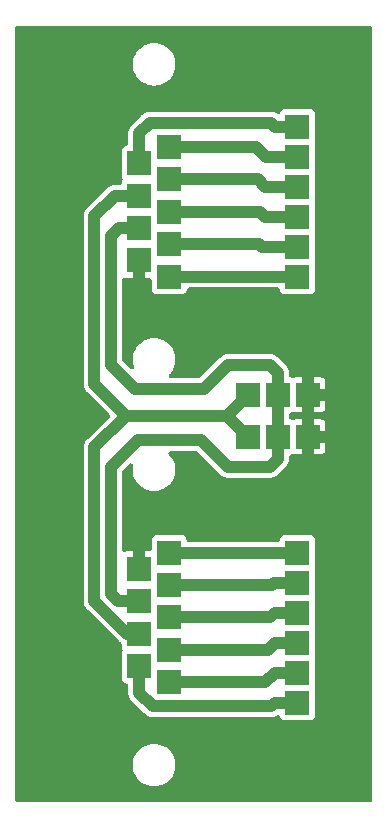
<source format=gbr>
%TF.GenerationSoftware,KiCad,Pcbnew,7.0.10*%
%TF.CreationDate,2024-03-31T23:05:41-06:00*%
%TF.ProjectId,Electrode_Breakout,456c6563-7472-46f6-9465-5f427265616b,rev?*%
%TF.SameCoordinates,Original*%
%TF.FileFunction,Copper,L1,Top*%
%TF.FilePolarity,Positive*%
%FSLAX46Y46*%
G04 Gerber Fmt 4.6, Leading zero omitted, Abs format (unit mm)*
G04 Created by KiCad (PCBNEW 7.0.10) date 2024-03-31 23:05:41*
%MOMM*%
%LPD*%
G01*
G04 APERTURE LIST*
%TA.AperFunction,ComponentPad*%
%ADD10R,2.140000X2.140000*%
%TD*%
%TA.AperFunction,Conductor*%
%ADD11C,1.000000*%
%TD*%
G04 APERTURE END LIST*
D10*
%TO.P,J6,3,Pin_3*%
%TO.N,/+12V*%
X19714751Y-31242000D03*
%TO.P,J6,2,Pin_2*%
%TO.N,/-12V*%
X22254751Y-31242000D03*
%TO.P,J6,1,Pin_1*%
%TO.N,GND*%
X24794751Y-31242000D03*
%TD*%
%TO.P,J5,3,Pin_3*%
%TO.N,/+12V*%
X19714751Y-34798000D03*
%TO.P,J5,2,Pin_2*%
%TO.N,/-12V*%
X22254751Y-34798000D03*
%TO.P,J5,1,Pin_1*%
%TO.N,GND*%
X24794751Y-34798000D03*
%TD*%
%TO.P,J4,6,Pin_6*%
%TO.N,/ADC4*%
X23905751Y-57307001D03*
%TO.P,J4,5,Pin_5*%
%TO.N,/ADC3*%
X23905751Y-54767001D03*
%TO.P,J4,4,Pin_4*%
%TO.N,/CUR3*%
X23905751Y-52227001D03*
%TO.P,J4,3,Pin_3*%
%TO.N,/CUR4*%
X23905751Y-49687001D03*
%TO.P,J4,2,Pin_2*%
%TO.N,/SEL3*%
X23905751Y-47147001D03*
%TO.P,J4,1,Pin_1*%
%TO.N,/SEL4*%
X23905751Y-44607001D03*
%TD*%
%TO.P,J3,1,Pin_1*%
%TO.N,/ADC1*%
X23905751Y-8534400D03*
%TO.P,J3,2,Pin_2*%
%TO.N,/ADC2*%
X23905751Y-11074400D03*
%TO.P,J3,3,Pin_3*%
%TO.N,/SEL2*%
X23905751Y-13614400D03*
%TO.P,J3,4,Pin_4*%
%TO.N,/SEL1*%
X23905751Y-16154400D03*
%TO.P,J3,5,Pin_5*%
%TO.N,/CUR2*%
X23905751Y-18694400D03*
%TO.P,J3,6,Pin_6*%
%TO.N,/CUR1*%
X23905751Y-21234400D03*
%TD*%
%TO.P,J1,9,9*%
%TO.N,/ADC1*%
X10500000Y-11640751D03*
%TO.P,J1,8,8*%
%TO.N,/+12V*%
X10500000Y-14380750D03*
%TO.P,J1,7,7*%
%TO.N,/-12V*%
X10500000Y-17120750D03*
%TO.P,J1,6,6*%
%TO.N,GND*%
X10500000Y-19860749D03*
%TO.P,J1,5,5*%
%TO.N,/ADC2*%
X13040000Y-10270751D03*
%TO.P,J1,4,4*%
%TO.N,/SEL2*%
X13040000Y-13010750D03*
%TO.P,J1,3,3*%
%TO.N,/SEL1*%
X13040000Y-15750750D03*
%TO.P,J1,2,2*%
%TO.N,/CUR2*%
X13040000Y-18490750D03*
%TO.P,J1,1,1*%
%TO.N,/CUR1*%
X13040000Y-21230749D03*
%TD*%
%TO.P,J2,9,9*%
%TO.N,GND*%
X10500000Y-45977001D03*
%TO.P,J2,8,8*%
%TO.N,/-12V*%
X10500000Y-48717000D03*
%TO.P,J2,7,7*%
%TO.N,/+12V*%
X10500000Y-51457000D03*
%TO.P,J2,6,6*%
%TO.N,/ADC4*%
X10500000Y-54196999D03*
%TO.P,J2,5,5*%
%TO.N,/SEL4*%
X13040000Y-44607001D03*
%TO.P,J2,4,4*%
%TO.N,/SEL3*%
X13040000Y-47347000D03*
%TO.P,J2,3,3*%
%TO.N,/CUR4*%
X13040000Y-50087000D03*
%TO.P,J2,2,2*%
%TO.N,/CUR3*%
X13040000Y-52827000D03*
%TO.P,J2,1,1*%
%TO.N,/ADC3*%
X13040000Y-55566999D03*
%TD*%
D11*
%TO.N,/-12V*%
X8787250Y-17120750D02*
X10500000Y-17120750D01*
X8128000Y-17780000D02*
X8787250Y-17120750D01*
X16002000Y-30734000D02*
X10160000Y-30734000D01*
X18034000Y-28702000D02*
X16002000Y-30734000D01*
X21590000Y-28702000D02*
X18034000Y-28702000D01*
X22254751Y-29366751D02*
X21590000Y-28702000D01*
X10160000Y-30734000D02*
X8128000Y-28702000D01*
X8128000Y-28702000D02*
X8128000Y-17780000D01*
X22254751Y-31242000D02*
X22254751Y-29366751D01*
X8712000Y-48717000D02*
X10500000Y-48717000D01*
X8128000Y-48133000D02*
X8712000Y-48717000D01*
X15748000Y-35052000D02*
X10414000Y-35052000D01*
X18034000Y-37338000D02*
X15748000Y-35052000D01*
X10414000Y-35052000D02*
X8128000Y-37338000D01*
X22254751Y-36673249D02*
X21590000Y-37338000D01*
X21590000Y-37338000D02*
X18034000Y-37338000D01*
X22254751Y-34798000D02*
X22254751Y-36673249D01*
X8128000Y-37338000D02*
X8128000Y-48133000D01*
%TO.N,/+12V*%
X6718000Y-30340000D02*
X9398000Y-33020000D01*
X6718000Y-16092750D02*
X6718000Y-30340000D01*
X8430000Y-14380750D02*
X6718000Y-16092750D01*
X10500000Y-14380750D02*
X8430000Y-14380750D01*
X9398000Y-33020000D02*
X10538998Y-33020000D01*
X6718000Y-35700000D02*
X9398000Y-33020000D01*
X6718000Y-48717041D02*
X6718000Y-35700000D01*
X9457959Y-51457000D02*
X6718000Y-48717041D01*
X10500000Y-51457000D02*
X9457959Y-51457000D01*
X10538998Y-33020000D02*
X17936751Y-33020000D01*
%TO.N,/ADC1*%
X21704200Y-8204200D02*
X22034400Y-8534400D01*
X10500000Y-9080752D02*
X11376552Y-8204200D01*
X22034400Y-8534400D02*
X23905751Y-8534400D01*
X10500000Y-11640751D02*
X10500000Y-9080752D01*
X11376552Y-8204200D02*
X21704200Y-8204200D01*
%TO.N,/ADC4*%
X11636150Y-57606650D02*
X10500000Y-56470500D01*
X10500000Y-56470500D02*
X10500000Y-54196999D01*
X21968799Y-57307001D02*
X21669150Y-57606650D01*
X23905751Y-57307001D02*
X21968799Y-57307001D01*
X21669150Y-57606650D02*
X11636150Y-57606650D01*
%TO.N,/ADC3*%
X21168801Y-55566999D02*
X21968799Y-54767001D01*
X13040000Y-55566999D02*
X21168801Y-55566999D01*
X21968799Y-54767001D02*
X23905751Y-54767001D01*
%TO.N,/CUR3*%
X21368800Y-52827000D02*
X21968799Y-52227001D01*
X13040000Y-52827000D02*
X21368800Y-52827000D01*
X21968799Y-52227001D02*
X23905751Y-52227001D01*
%TO.N,/CUR4*%
X21968799Y-49687001D02*
X23905751Y-49687001D01*
X21568800Y-50087000D02*
X21968799Y-49687001D01*
X13040000Y-50087000D02*
X21568800Y-50087000D01*
%TO.N,/SEL3*%
X21718000Y-47347000D02*
X21917999Y-47147001D01*
X21917999Y-47147001D02*
X23905751Y-47147001D01*
X13040000Y-47347000D02*
X21718000Y-47347000D01*
%TO.N,/SEL4*%
X13040000Y-44607001D02*
X23905751Y-44607001D01*
%TO.N,/ADC2*%
X21238751Y-11074400D02*
X23905751Y-11074400D01*
X20435102Y-10270751D02*
X21238751Y-11074400D01*
X13040000Y-10270751D02*
X20435102Y-10270751D01*
%TO.N,/SEL2*%
X21187951Y-13614400D02*
X23905751Y-13614400D01*
X20584301Y-13010750D02*
X21187951Y-13614400D01*
X13040000Y-13010750D02*
X20584301Y-13010750D01*
%TO.N,/SEL1*%
X20733501Y-15750750D02*
X21137151Y-16154400D01*
X13040000Y-15750750D02*
X20733501Y-15750750D01*
X21137151Y-16154400D02*
X23905751Y-16154400D01*
%TO.N,/CUR1*%
X23902100Y-21230749D02*
X23905751Y-21234400D01*
X13040000Y-21230749D02*
X23902100Y-21230749D01*
%TO.N,/CUR2*%
X20883151Y-18694400D02*
X23905751Y-18694400D01*
X20679501Y-18490750D02*
X20883151Y-18694400D01*
X13040000Y-18490750D02*
X20679501Y-18490750D01*
%TO.N,/-12V*%
X22254751Y-34798000D02*
X22254751Y-31242000D01*
%TO.N,/+12V*%
X17936751Y-33020000D02*
X19714751Y-31242000D01*
X19714751Y-34798000D02*
X17936751Y-33020000D01*
%TD*%
%TA.AperFunction,Conductor*%
%TO.N,GND*%
G36*
X10040507Y-46186845D02*
G01*
X10118239Y-46307799D01*
X10226900Y-46401953D01*
X10357685Y-46461681D01*
X10464237Y-46477001D01*
X10204000Y-46477001D01*
X10115488Y-46456799D01*
X10044506Y-46400193D01*
X10005115Y-46318395D01*
X10000000Y-46273001D01*
X10000000Y-46048890D01*
X10040507Y-46186845D01*
G37*
%TD.AperFunction*%
%TA.AperFunction,Conductor*%
G36*
X11000000Y-46273001D02*
G01*
X10979798Y-46361513D01*
X10923192Y-46432495D01*
X10841394Y-46471886D01*
X10796000Y-46477001D01*
X10535763Y-46477001D01*
X10642315Y-46461681D01*
X10773100Y-46401953D01*
X10881761Y-46307799D01*
X10959493Y-46186845D01*
X11000000Y-46048890D01*
X11000000Y-46273001D01*
G37*
%TD.AperFunction*%
%TA.AperFunction,Conductor*%
G36*
X10357685Y-19376069D02*
G01*
X10226900Y-19435797D01*
X10118239Y-19529951D01*
X10040507Y-19650905D01*
X10000000Y-19788860D01*
X10000000Y-19564749D01*
X10020202Y-19476237D01*
X10076808Y-19405255D01*
X10158606Y-19365864D01*
X10204000Y-19360749D01*
X10464237Y-19360749D01*
X10357685Y-19376069D01*
G37*
%TD.AperFunction*%
%TA.AperFunction,Conductor*%
G36*
X10884512Y-19380951D02*
G01*
X10955494Y-19437557D01*
X10994885Y-19519355D01*
X11000000Y-19564749D01*
X11000000Y-19788860D01*
X10959493Y-19650905D01*
X10881761Y-19529951D01*
X10773100Y-19435797D01*
X10642315Y-19376069D01*
X10535763Y-19360749D01*
X10796000Y-19360749D01*
X10884512Y-19380951D01*
G37*
%TD.AperFunction*%
%TA.AperFunction,Conductor*%
G36*
X30134012Y-20702D02*
G01*
X30204994Y-77308D01*
X30244385Y-159106D01*
X30249500Y-204500D01*
X30249500Y-65545500D01*
X30229298Y-65634012D01*
X30172692Y-65704994D01*
X30090894Y-65744385D01*
X30045500Y-65749500D01*
X204500Y-65749500D01*
X115988Y-65729298D01*
X45006Y-65672692D01*
X5615Y-65590894D01*
X500Y-65545500D01*
X500Y-62716886D01*
X9970099Y-62716886D01*
X10010304Y-62983634D01*
X10089821Y-63241422D01*
X10206869Y-63484473D01*
X10206871Y-63484478D01*
X10358831Y-63707361D01*
X10358834Y-63707365D01*
X10542324Y-63905122D01*
X10542326Y-63905124D01*
X10753231Y-64073314D01*
X10753235Y-64073316D01*
X10753236Y-64073317D01*
X10986862Y-64208201D01*
X10986863Y-64208201D01*
X10986866Y-64208203D01*
X10986865Y-64208203D01*
X11185934Y-64286330D01*
X11237982Y-64306758D01*
X11237984Y-64306759D01*
X11500977Y-64366785D01*
X11500986Y-64366787D01*
X11702652Y-64381900D01*
X11702656Y-64381900D01*
X11837342Y-64381900D01*
X11837346Y-64381900D01*
X12039012Y-64366787D01*
X12132566Y-64345433D01*
X12302013Y-64306759D01*
X12302014Y-64306758D01*
X12302016Y-64306758D01*
X12449041Y-64249055D01*
X12553132Y-64208203D01*
X12553134Y-64208201D01*
X12553136Y-64208201D01*
X12786762Y-64073317D01*
X12786766Y-64073314D01*
X12997671Y-63905124D01*
X12997673Y-63905122D01*
X13181159Y-63707370D01*
X13181163Y-63707366D01*
X13333129Y-63484474D01*
X13450177Y-63241421D01*
X13529692Y-62983638D01*
X13569899Y-62716884D01*
X13569899Y-62447116D01*
X13569899Y-62447113D01*
X13529693Y-62180365D01*
X13450176Y-61922577D01*
X13333129Y-61679527D01*
X13333127Y-61679524D01*
X13333126Y-61679521D01*
X13181166Y-61456638D01*
X13181163Y-61456634D01*
X12997673Y-61258877D01*
X12997671Y-61258875D01*
X12786766Y-61090685D01*
X12786759Y-61090681D01*
X12553131Y-60955796D01*
X12553132Y-60955796D01*
X12302017Y-60857242D01*
X12302013Y-60857240D01*
X12039020Y-60797214D01*
X12039014Y-60797213D01*
X12039012Y-60797213D01*
X11837346Y-60782100D01*
X11702652Y-60782100D01*
X11702651Y-60782100D01*
X11664911Y-60784928D01*
X11500986Y-60797213D01*
X11500983Y-60797213D01*
X11500977Y-60797214D01*
X11237984Y-60857240D01*
X11237980Y-60857242D01*
X10986865Y-60955796D01*
X10753238Y-61090681D01*
X10753231Y-61090685D01*
X10542326Y-61258875D01*
X10542324Y-61258877D01*
X10358838Y-61456629D01*
X10358834Y-61456634D01*
X10206867Y-61679529D01*
X10089821Y-61922577D01*
X10010304Y-62180365D01*
X9970099Y-62447113D01*
X9970099Y-62716886D01*
X500Y-62716886D01*
X500Y-35747910D01*
X5803739Y-35747910D01*
X5803740Y-35747914D01*
X5804988Y-35755797D01*
X5807500Y-35787707D01*
X5807500Y-48629333D01*
X5804988Y-48661248D01*
X5803740Y-48669127D01*
X5807220Y-48735526D01*
X5807500Y-48746204D01*
X5807500Y-48764756D01*
X5809392Y-48782758D01*
X5809439Y-48783207D01*
X5810275Y-48793842D01*
X5813756Y-48860252D01*
X5813757Y-48860262D01*
X5815823Y-48867971D01*
X5821655Y-48899433D01*
X5822491Y-48907388D01*
X5822492Y-48907394D01*
X5843046Y-48970653D01*
X5846078Y-48980890D01*
X5863290Y-49045126D01*
X5863292Y-49045130D01*
X5863293Y-49045133D01*
X5866923Y-49052259D01*
X5879165Y-49081813D01*
X5881634Y-49089413D01*
X5914887Y-49147008D01*
X5919983Y-49156394D01*
X5950180Y-49215660D01*
X5950186Y-49215668D01*
X5955209Y-49221871D01*
X5973343Y-49248256D01*
X5977333Y-49255167D01*
X6019272Y-49301746D01*
X6021841Y-49304599D01*
X6028761Y-49312700D01*
X6040440Y-49327122D01*
X6053544Y-49340226D01*
X6060891Y-49347969D01*
X6105398Y-49397399D01*
X6105401Y-49397402D01*
X6111857Y-49402092D01*
X6136200Y-49422882D01*
X8752117Y-52038799D01*
X8772904Y-52063138D01*
X8777592Y-52069591D01*
X8777601Y-52069601D01*
X8827029Y-52114106D01*
X8834756Y-52121438D01*
X8847878Y-52134560D01*
X8862290Y-52146231D01*
X8870404Y-52153162D01*
X8919830Y-52197665D01*
X8928480Y-52203949D01*
X8927368Y-52205478D01*
X8984047Y-52258064D01*
X9017220Y-52342575D01*
X9019500Y-52372988D01*
X9019500Y-52559300D01*
X9019501Y-52559304D01*
X9034725Y-52655433D01*
X9074953Y-52734385D01*
X9097136Y-52822422D01*
X9078924Y-52911365D01*
X9074953Y-52919611D01*
X9034725Y-52998563D01*
X9034723Y-52998569D01*
X9019500Y-53094685D01*
X9019500Y-55299299D01*
X9019501Y-55299303D01*
X9034725Y-55395435D01*
X9093756Y-55511289D01*
X9093759Y-55511293D01*
X9185706Y-55603240D01*
X9301567Y-55662274D01*
X9301568Y-55662274D01*
X9301570Y-55662275D01*
X9389374Y-55676181D01*
X9397693Y-55677499D01*
X9397699Y-55677498D01*
X9401507Y-55677799D01*
X9403480Y-55678415D01*
X9405609Y-55678753D01*
X9405559Y-55679065D01*
X9488161Y-55704884D01*
X9554482Y-55766885D01*
X9587334Y-55851521D01*
X9589500Y-55881170D01*
X9589500Y-56382792D01*
X9586988Y-56414705D01*
X9585740Y-56422586D01*
X9586668Y-56440302D01*
X9589220Y-56488985D01*
X9589500Y-56499663D01*
X9589500Y-56518215D01*
X9591439Y-56536666D01*
X9592275Y-56547301D01*
X9595756Y-56613711D01*
X9595757Y-56613721D01*
X9597823Y-56621430D01*
X9603655Y-56652892D01*
X9604491Y-56660847D01*
X9604492Y-56660853D01*
X9625046Y-56724112D01*
X9628078Y-56734349D01*
X9645290Y-56798585D01*
X9645292Y-56798589D01*
X9645293Y-56798592D01*
X9648923Y-56805718D01*
X9661165Y-56835272D01*
X9663634Y-56842872D01*
X9696887Y-56900467D01*
X9701983Y-56909853D01*
X9732180Y-56969119D01*
X9732186Y-56969127D01*
X9737209Y-56975330D01*
X9755343Y-57001715D01*
X9759333Y-57008626D01*
X9801272Y-57055205D01*
X9803841Y-57058058D01*
X9810761Y-57066159D01*
X9822440Y-57080581D01*
X9835544Y-57093685D01*
X9842891Y-57101428D01*
X9887398Y-57150858D01*
X9887401Y-57150861D01*
X9893857Y-57155551D01*
X9918200Y-57176341D01*
X10930311Y-58188453D01*
X10951099Y-58212793D01*
X10955789Y-58219248D01*
X10955792Y-58219251D01*
X11005208Y-58263746D01*
X11012955Y-58271097D01*
X11026068Y-58284210D01*
X11040489Y-58295888D01*
X11048588Y-58302805D01*
X11098024Y-58347317D01*
X11098026Y-58347318D01*
X11098027Y-58347319D01*
X11104936Y-58351308D01*
X11131312Y-58369435D01*
X11137525Y-58374466D01*
X11196790Y-58404663D01*
X11196792Y-58404664D01*
X11206178Y-58409760D01*
X11263773Y-58443013D01*
X11263774Y-58443013D01*
X11263777Y-58443015D01*
X11271365Y-58445480D01*
X11300945Y-58457732D01*
X11308058Y-58461357D01*
X11372325Y-58478576D01*
X11382499Y-58481589D01*
X11445804Y-58502159D01*
X11453748Y-58502993D01*
X11485216Y-58508825D01*
X11492932Y-58510893D01*
X11559379Y-58514375D01*
X11569971Y-58515209D01*
X11588435Y-58517150D01*
X11606985Y-58517150D01*
X11617663Y-58517430D01*
X11684062Y-58520910D01*
X11684062Y-58520909D01*
X11684064Y-58520910D01*
X11691944Y-58519661D01*
X11723858Y-58517150D01*
X21581442Y-58517150D01*
X21613355Y-58519661D01*
X21621236Y-58520910D01*
X21687637Y-58517429D01*
X21698315Y-58517150D01*
X21716861Y-58517150D01*
X21716865Y-58517150D01*
X21735327Y-58515209D01*
X21745925Y-58514374D01*
X21812368Y-58510893D01*
X21820079Y-58508826D01*
X21851552Y-58502993D01*
X21859496Y-58502159D01*
X21922767Y-58481600D01*
X21932993Y-58478572D01*
X21997238Y-58461358D01*
X21997237Y-58461358D01*
X21997242Y-58461357D01*
X22004355Y-58457732D01*
X22033933Y-58445480D01*
X22041523Y-58443015D01*
X22099140Y-58409748D01*
X22108485Y-58404674D01*
X22152415Y-58382291D01*
X22240449Y-58360109D01*
X22329393Y-58378321D01*
X22401626Y-58433320D01*
X22439044Y-58501025D01*
X22440478Y-58505440D01*
X22499507Y-58621291D01*
X22499509Y-58621294D01*
X22499510Y-58621295D01*
X22591457Y-58713242D01*
X22707318Y-58772276D01*
X22707319Y-58772276D01*
X22707321Y-58772277D01*
X22749080Y-58778890D01*
X22803444Y-58787501D01*
X25008057Y-58787500D01*
X25104184Y-58772276D01*
X25104185Y-58772275D01*
X25104187Y-58772275D01*
X25220041Y-58713244D01*
X25220045Y-58713242D01*
X25311992Y-58621295D01*
X25371026Y-58505434D01*
X25371725Y-58501025D01*
X25386250Y-58409314D01*
X25386251Y-58409308D01*
X25386250Y-56204695D01*
X25371026Y-56108568D01*
X25371023Y-56108562D01*
X25368256Y-56100045D01*
X25360116Y-56009622D01*
X25368257Y-55973953D01*
X25371023Y-55965439D01*
X25371026Y-55965434D01*
X25386251Y-55869308D01*
X25386250Y-53664695D01*
X25371026Y-53568568D01*
X25371023Y-53568562D01*
X25368256Y-53560045D01*
X25360116Y-53469622D01*
X25368257Y-53433953D01*
X25371023Y-53425439D01*
X25371026Y-53425434D01*
X25386251Y-53329308D01*
X25386250Y-51124695D01*
X25371026Y-51028568D01*
X25371023Y-51028562D01*
X25368256Y-51020045D01*
X25360116Y-50929622D01*
X25368257Y-50893953D01*
X25371023Y-50885439D01*
X25371026Y-50885434D01*
X25386251Y-50789308D01*
X25386250Y-48584695D01*
X25371026Y-48488568D01*
X25371023Y-48488562D01*
X25368256Y-48480045D01*
X25360116Y-48389622D01*
X25368257Y-48353953D01*
X25371023Y-48345439D01*
X25371026Y-48345434D01*
X25386251Y-48249308D01*
X25386250Y-46044695D01*
X25371026Y-45948568D01*
X25371023Y-45948562D01*
X25368256Y-45940045D01*
X25360116Y-45849622D01*
X25368257Y-45813953D01*
X25371025Y-45805435D01*
X25371026Y-45805434D01*
X25386251Y-45709308D01*
X25386250Y-43504695D01*
X25371026Y-43408568D01*
X25371025Y-43408566D01*
X25371025Y-43408564D01*
X25311994Y-43292710D01*
X25311992Y-43292707D01*
X25220044Y-43200759D01*
X25104182Y-43141725D01*
X25104180Y-43141724D01*
X25008059Y-43126501D01*
X22803450Y-43126501D01*
X22803446Y-43126501D01*
X22803445Y-43126502D01*
X22784219Y-43129546D01*
X22707314Y-43141726D01*
X22591460Y-43200757D01*
X22499510Y-43292707D01*
X22499509Y-43292707D01*
X22440475Y-43408569D01*
X22440474Y-43408571D01*
X22425251Y-43504688D01*
X22424951Y-43508508D01*
X22424334Y-43510481D01*
X22423997Y-43512610D01*
X22423684Y-43512560D01*
X22397866Y-43595162D01*
X22335865Y-43661483D01*
X22251229Y-43694335D01*
X22221580Y-43696501D01*
X14724170Y-43696501D01*
X14635658Y-43676299D01*
X14564676Y-43619693D01*
X14525285Y-43537895D01*
X14520799Y-43508511D01*
X14520499Y-43504708D01*
X14520499Y-43504695D01*
X14505275Y-43408568D01*
X14505274Y-43408566D01*
X14505274Y-43408564D01*
X14446243Y-43292710D01*
X14446241Y-43292707D01*
X14354293Y-43200759D01*
X14238431Y-43141725D01*
X14238429Y-43141724D01*
X14142308Y-43126501D01*
X11937699Y-43126501D01*
X11937695Y-43126501D01*
X11937694Y-43126502D01*
X11918468Y-43129546D01*
X11841563Y-43141726D01*
X11725709Y-43200757D01*
X11633759Y-43292707D01*
X11633758Y-43292707D01*
X11574724Y-43408569D01*
X11574723Y-43408571D01*
X11559500Y-43504687D01*
X11559500Y-44293001D01*
X11539298Y-44381513D01*
X11482692Y-44452495D01*
X11400894Y-44491886D01*
X11355500Y-44497001D01*
X11000000Y-44497001D01*
X11000000Y-45905112D01*
X10959493Y-45767157D01*
X10881761Y-45646203D01*
X10773100Y-45552049D01*
X10642315Y-45492321D01*
X10535763Y-45477001D01*
X10464237Y-45477001D01*
X10357685Y-45492321D01*
X10226900Y-45552049D01*
X10118239Y-45646203D01*
X10040507Y-45767157D01*
X10000000Y-45905112D01*
X10000000Y-44497001D01*
X9397738Y-44497001D01*
X9397733Y-44497002D01*
X9285866Y-44514719D01*
X9285556Y-44512767D01*
X9215096Y-44519102D01*
X9130100Y-44487193D01*
X9067366Y-44421565D01*
X9039319Y-44335217D01*
X9038500Y-44316951D01*
X9038500Y-37799641D01*
X9058702Y-37711129D01*
X9098250Y-37655391D01*
X9374548Y-37379093D01*
X9651274Y-37102366D01*
X9728145Y-37054066D01*
X9818363Y-37043901D01*
X9904056Y-37073886D01*
X9968254Y-37138083D01*
X9998239Y-37223777D01*
X9997243Y-37277022D01*
X9970100Y-37457113D01*
X9970099Y-37457119D01*
X9970099Y-37726886D01*
X10010304Y-37993634D01*
X10089821Y-38251422D01*
X10206869Y-38494473D01*
X10206871Y-38494478D01*
X10358831Y-38717361D01*
X10358834Y-38717365D01*
X10542324Y-38915122D01*
X10542326Y-38915124D01*
X10753231Y-39083314D01*
X10753235Y-39083316D01*
X10753236Y-39083317D01*
X10986862Y-39218201D01*
X10986863Y-39218201D01*
X10986866Y-39218203D01*
X10986865Y-39218203D01*
X11185934Y-39296330D01*
X11237982Y-39316758D01*
X11237984Y-39316759D01*
X11500977Y-39376785D01*
X11500986Y-39376787D01*
X11702652Y-39391900D01*
X11702656Y-39391900D01*
X11837342Y-39391900D01*
X11837346Y-39391900D01*
X12039012Y-39376787D01*
X12132566Y-39355433D01*
X12302013Y-39316759D01*
X12302014Y-39316758D01*
X12302016Y-39316758D01*
X12449041Y-39259055D01*
X12553132Y-39218203D01*
X12553134Y-39218201D01*
X12553136Y-39218201D01*
X12786762Y-39083317D01*
X12786766Y-39083314D01*
X12997671Y-38915124D01*
X12997673Y-38915122D01*
X13181159Y-38717370D01*
X13181163Y-38717366D01*
X13333129Y-38494474D01*
X13450177Y-38251421D01*
X13529692Y-37993638D01*
X13536180Y-37950599D01*
X13569899Y-37726886D01*
X13569899Y-37457113D01*
X13529693Y-37190365D01*
X13513566Y-37138083D01*
X13450177Y-36932579D01*
X13333129Y-36689527D01*
X13333127Y-36689524D01*
X13333126Y-36689521D01*
X13181166Y-36466638D01*
X13181163Y-36466634D01*
X13031426Y-36305255D01*
X12986032Y-36226629D01*
X12979248Y-36136095D01*
X13012417Y-36051582D01*
X13078970Y-35989830D01*
X13165725Y-35963070D01*
X13180969Y-35962500D01*
X15286359Y-35962500D01*
X15374871Y-35982702D01*
X15430609Y-36022250D01*
X17328158Y-37919799D01*
X17348945Y-37944138D01*
X17353633Y-37950591D01*
X17353642Y-37950601D01*
X17403070Y-37995106D01*
X17410797Y-38002438D01*
X17423919Y-38015560D01*
X17438317Y-38027220D01*
X17438331Y-38027231D01*
X17446445Y-38034162D01*
X17495871Y-38078665D01*
X17495872Y-38078666D01*
X17502787Y-38082658D01*
X17529176Y-38100796D01*
X17535371Y-38105813D01*
X17535374Y-38105815D01*
X17594651Y-38136018D01*
X17604025Y-38141108D01*
X17661619Y-38174361D01*
X17661631Y-38174367D01*
X17669224Y-38176834D01*
X17698795Y-38189083D01*
X17705903Y-38192704D01*
X17705903Y-38192705D01*
X17705905Y-38192705D01*
X17705908Y-38192707D01*
X17770196Y-38209932D01*
X17780349Y-38212939D01*
X17843654Y-38233509D01*
X17851598Y-38234343D01*
X17883066Y-38240175D01*
X17890782Y-38242243D01*
X17957229Y-38245725D01*
X17967821Y-38246559D01*
X17986285Y-38248500D01*
X18004835Y-38248500D01*
X18015513Y-38248780D01*
X18081912Y-38252260D01*
X18081912Y-38252259D01*
X18081914Y-38252260D01*
X18089794Y-38251011D01*
X18121708Y-38248500D01*
X21502292Y-38248500D01*
X21534205Y-38251011D01*
X21542086Y-38252260D01*
X21608487Y-38248779D01*
X21619165Y-38248500D01*
X21637711Y-38248500D01*
X21637715Y-38248500D01*
X21656177Y-38246559D01*
X21666775Y-38245724D01*
X21733218Y-38242243D01*
X21740929Y-38240176D01*
X21772402Y-38234343D01*
X21780346Y-38233509D01*
X21843617Y-38212950D01*
X21853843Y-38209922D01*
X21918088Y-38192708D01*
X21918087Y-38192708D01*
X21918092Y-38192707D01*
X21925205Y-38189082D01*
X21954783Y-38176830D01*
X21962373Y-38174365D01*
X22019990Y-38141098D01*
X22029338Y-38136023D01*
X22088626Y-38105815D01*
X22094825Y-38100794D01*
X22121223Y-38082651D01*
X22128126Y-38078667D01*
X22177591Y-38034127D01*
X22185668Y-38027231D01*
X22200081Y-38015560D01*
X22213187Y-38002452D01*
X22220916Y-37995117D01*
X22270360Y-37950599D01*
X22275048Y-37944145D01*
X22295841Y-37919799D01*
X22836552Y-37379087D01*
X22860897Y-37358297D01*
X22867350Y-37353609D01*
X22911868Y-37304165D01*
X22919208Y-37296432D01*
X22932311Y-37283330D01*
X22943989Y-37268907D01*
X22950899Y-37260816D01*
X22995418Y-37211375D01*
X22999409Y-37204460D01*
X23017542Y-37178078D01*
X23022567Y-37171874D01*
X23052789Y-37112558D01*
X23057836Y-37103262D01*
X23091116Y-37045622D01*
X23093579Y-37038037D01*
X23105837Y-37008444D01*
X23109458Y-37001341D01*
X23126674Y-36937083D01*
X23129708Y-36926845D01*
X23150259Y-36863597D01*
X23150260Y-36863595D01*
X23151094Y-36855651D01*
X23156927Y-36824178D01*
X23158994Y-36816467D01*
X23162475Y-36750024D01*
X23163310Y-36739426D01*
X23165251Y-36720964D01*
X23165251Y-36702413D01*
X23165531Y-36691735D01*
X23169011Y-36625335D01*
X23167762Y-36617446D01*
X23165251Y-36585538D01*
X23165251Y-36482170D01*
X23185453Y-36393658D01*
X23242059Y-36322676D01*
X23323857Y-36283285D01*
X23353241Y-36278799D01*
X23357042Y-36278499D01*
X23357057Y-36278499D01*
X23453184Y-36263275D01*
X23453191Y-36263271D01*
X23462524Y-36260239D01*
X23552947Y-36252098D01*
X23588613Y-36260239D01*
X23596474Y-36262793D01*
X23692486Y-36277999D01*
X24294751Y-36277999D01*
X24294751Y-34869889D01*
X24335258Y-35007844D01*
X24412990Y-35128798D01*
X24521651Y-35222952D01*
X24652436Y-35282680D01*
X24758988Y-35298000D01*
X24830514Y-35298000D01*
X25294751Y-35298000D01*
X25294751Y-36277999D01*
X25897013Y-36277999D01*
X25897017Y-36277998D01*
X25993030Y-36262792D01*
X26108743Y-36203834D01*
X26108747Y-36203832D01*
X26200583Y-36111996D01*
X26200583Y-36111995D01*
X26259544Y-35996276D01*
X26274751Y-35900264D01*
X26274751Y-35298000D01*
X25294751Y-35298000D01*
X24830514Y-35298000D01*
X24937066Y-35282680D01*
X25067851Y-35222952D01*
X25176512Y-35128798D01*
X25254244Y-35007844D01*
X25294751Y-34869889D01*
X25294751Y-34726111D01*
X25254244Y-34588156D01*
X25176512Y-34467202D01*
X25067851Y-34373048D01*
X24937066Y-34313320D01*
X24830514Y-34298000D01*
X24758988Y-34298000D01*
X24652436Y-34313320D01*
X24521651Y-34373048D01*
X24412990Y-34467202D01*
X24335258Y-34588156D01*
X24294751Y-34726111D01*
X24294751Y-33318000D01*
X25294751Y-33318000D01*
X25294751Y-34298000D01*
X26274750Y-34298000D01*
X26274750Y-33695738D01*
X26274749Y-33695733D01*
X26259543Y-33599720D01*
X26200585Y-33484007D01*
X26200583Y-33484004D01*
X26108746Y-33392167D01*
X25993027Y-33333206D01*
X25897015Y-33318000D01*
X25294751Y-33318000D01*
X24294751Y-33318000D01*
X23692489Y-33318000D01*
X23692484Y-33318001D01*
X23596471Y-33333207D01*
X23588601Y-33335764D01*
X23498178Y-33343899D01*
X23462529Y-33335761D01*
X23453182Y-33332724D01*
X23357059Y-33317499D01*
X23353227Y-33317198D01*
X23351250Y-33316579D01*
X23349142Y-33316246D01*
X23349191Y-33315936D01*
X23266575Y-33290105D01*
X23200259Y-33228099D01*
X23167415Y-33143460D01*
X23165251Y-33113828D01*
X23165251Y-32926170D01*
X23185453Y-32837658D01*
X23242059Y-32766676D01*
X23323857Y-32727285D01*
X23353241Y-32722799D01*
X23357042Y-32722499D01*
X23357057Y-32722499D01*
X23453184Y-32707275D01*
X23453191Y-32707271D01*
X23462524Y-32704239D01*
X23552947Y-32696098D01*
X23588613Y-32704239D01*
X23596474Y-32706793D01*
X23692486Y-32721999D01*
X24294751Y-32721999D01*
X24294751Y-31313889D01*
X24335258Y-31451844D01*
X24412990Y-31572798D01*
X24521651Y-31666952D01*
X24652436Y-31726680D01*
X24758988Y-31742000D01*
X24830514Y-31742000D01*
X25294751Y-31742000D01*
X25294751Y-32721999D01*
X25897013Y-32721999D01*
X25897017Y-32721998D01*
X25993030Y-32706792D01*
X26108743Y-32647834D01*
X26108747Y-32647832D01*
X26200583Y-32555996D01*
X26200583Y-32555995D01*
X26259544Y-32440276D01*
X26274751Y-32344264D01*
X26274751Y-31742000D01*
X25294751Y-31742000D01*
X24830514Y-31742000D01*
X24937066Y-31726680D01*
X25067851Y-31666952D01*
X25176512Y-31572798D01*
X25254244Y-31451844D01*
X25294751Y-31313889D01*
X25294751Y-31170111D01*
X25254244Y-31032156D01*
X25176512Y-30911202D01*
X25067851Y-30817048D01*
X24937066Y-30757320D01*
X24830514Y-30742000D01*
X24758988Y-30742000D01*
X24652436Y-30757320D01*
X24521651Y-30817048D01*
X24412990Y-30911202D01*
X24335258Y-31032156D01*
X24294751Y-31170111D01*
X24294751Y-29762000D01*
X25294751Y-29762000D01*
X25294751Y-30742000D01*
X26274750Y-30742000D01*
X26274750Y-30139738D01*
X26274749Y-30139733D01*
X26259543Y-30043720D01*
X26200585Y-29928007D01*
X26200583Y-29928004D01*
X26108746Y-29836167D01*
X25993027Y-29777206D01*
X25897015Y-29762000D01*
X25294751Y-29762000D01*
X24294751Y-29762000D01*
X23692489Y-29762000D01*
X23692484Y-29762001D01*
X23596471Y-29777207D01*
X23588601Y-29779764D01*
X23498178Y-29787899D01*
X23462529Y-29779761D01*
X23453182Y-29776724D01*
X23357059Y-29761499D01*
X23353227Y-29761198D01*
X23351250Y-29760579D01*
X23349142Y-29760246D01*
X23349191Y-29759936D01*
X23266575Y-29734105D01*
X23200259Y-29672099D01*
X23167415Y-29587460D01*
X23165251Y-29557828D01*
X23165251Y-29454459D01*
X23167763Y-29422542D01*
X23169011Y-29414662D01*
X23165531Y-29348264D01*
X23165251Y-29337586D01*
X23165251Y-29319041D01*
X23165251Y-29319036D01*
X23163310Y-29300572D01*
X23162476Y-29289980D01*
X23158994Y-29223533D01*
X23156926Y-29215817D01*
X23151094Y-29184344D01*
X23150260Y-29176407D01*
X23150260Y-29176405D01*
X23129690Y-29113100D01*
X23126677Y-29102926D01*
X23109458Y-29038659D01*
X23105833Y-29031546D01*
X23093581Y-29001966D01*
X23091116Y-28994378D01*
X23057841Y-28936744D01*
X23052780Y-28927424D01*
X23022567Y-28868126D01*
X23017540Y-28861918D01*
X22999410Y-28835539D01*
X22995419Y-28828627D01*
X22995418Y-28828625D01*
X22950906Y-28779189D01*
X22943978Y-28771078D01*
X22932313Y-28756673D01*
X22932311Y-28756670D01*
X22919189Y-28743548D01*
X22911857Y-28735821D01*
X22867352Y-28686393D01*
X22867342Y-28686384D01*
X22860889Y-28681696D01*
X22836550Y-28660909D01*
X22295841Y-28120200D01*
X22275051Y-28095857D01*
X22270361Y-28089401D01*
X22270358Y-28089398D01*
X22220928Y-28044891D01*
X22213185Y-28037544D01*
X22200081Y-28024440D01*
X22185659Y-28012761D01*
X22177558Y-28005841D01*
X22174705Y-28003272D01*
X22128126Y-27961333D01*
X22121215Y-27957343D01*
X22094830Y-27939209D01*
X22088627Y-27934186D01*
X22088619Y-27934180D01*
X22029353Y-27903983D01*
X22019967Y-27898887D01*
X21962372Y-27865634D01*
X21954772Y-27863165D01*
X21925218Y-27850923D01*
X21918092Y-27847293D01*
X21918089Y-27847292D01*
X21918085Y-27847290D01*
X21853849Y-27830078D01*
X21843612Y-27827046D01*
X21780353Y-27806492D01*
X21780347Y-27806491D01*
X21778190Y-27806264D01*
X21772388Y-27805654D01*
X21740930Y-27799823D01*
X21733221Y-27797757D01*
X21733211Y-27797756D01*
X21666801Y-27794275D01*
X21656177Y-27793439D01*
X21637715Y-27791500D01*
X21637709Y-27791500D01*
X21619165Y-27791500D01*
X21608487Y-27791220D01*
X21542087Y-27787739D01*
X21535077Y-27788850D01*
X21534205Y-27788988D01*
X21502292Y-27791500D01*
X18121708Y-27791500D01*
X18089794Y-27788988D01*
X18088044Y-27788710D01*
X18081910Y-27787739D01*
X18015513Y-27791220D01*
X18004835Y-27791500D01*
X17986285Y-27791500D01*
X17969193Y-27793295D01*
X17967830Y-27793439D01*
X17957197Y-27794275D01*
X17890783Y-27797756D01*
X17890777Y-27797757D01*
X17883050Y-27799827D01*
X17851619Y-27805652D01*
X17843661Y-27806489D01*
X17843658Y-27806489D01*
X17780395Y-27827044D01*
X17770162Y-27830075D01*
X17705910Y-27847292D01*
X17705897Y-27847297D01*
X17698776Y-27850925D01*
X17669234Y-27863162D01*
X17661629Y-27865633D01*
X17604031Y-27898887D01*
X17594649Y-27903981D01*
X17535381Y-27934180D01*
X17535371Y-27934187D01*
X17529155Y-27939220D01*
X17502799Y-27957334D01*
X17495874Y-27961332D01*
X17495871Y-27961334D01*
X17446440Y-28005841D01*
X17438335Y-28012764D01*
X17423922Y-28024437D01*
X17410795Y-28037562D01*
X17403063Y-28044899D01*
X17353636Y-28089404D01*
X17348941Y-28095866D01*
X17328159Y-28120198D01*
X15684609Y-29763750D01*
X15607736Y-29812052D01*
X15540359Y-29823500D01*
X13228986Y-29823500D01*
X13140474Y-29803298D01*
X13069492Y-29746692D01*
X13030101Y-29664894D01*
X13030101Y-29574106D01*
X13069492Y-29492308D01*
X13079443Y-29480745D01*
X13181159Y-29371120D01*
X13181163Y-29371116D01*
X13333129Y-29148224D01*
X13450177Y-28905171D01*
X13529692Y-28647388D01*
X13569899Y-28380634D01*
X13569899Y-28110866D01*
X13569595Y-28108848D01*
X13529693Y-27844115D01*
X13450176Y-27586327D01*
X13333129Y-27343277D01*
X13333127Y-27343274D01*
X13333126Y-27343271D01*
X13181166Y-27120388D01*
X13181163Y-27120384D01*
X12997673Y-26922627D01*
X12997671Y-26922625D01*
X12786766Y-26754435D01*
X12786759Y-26754431D01*
X12553131Y-26619546D01*
X12553132Y-26619546D01*
X12302017Y-26520992D01*
X12302013Y-26520990D01*
X12039020Y-26460964D01*
X12039014Y-26460963D01*
X12039012Y-26460963D01*
X11837346Y-26445850D01*
X11702652Y-26445850D01*
X11702651Y-26445850D01*
X11664911Y-26448678D01*
X11500986Y-26460963D01*
X11500983Y-26460963D01*
X11500977Y-26460964D01*
X11237984Y-26520990D01*
X11237980Y-26520992D01*
X10986865Y-26619546D01*
X10753238Y-26754431D01*
X10753231Y-26754435D01*
X10542326Y-26922625D01*
X10542324Y-26922627D01*
X10358838Y-27120379D01*
X10358834Y-27120384D01*
X10206867Y-27343279D01*
X10089821Y-27586327D01*
X10010304Y-27844115D01*
X9970099Y-28110863D01*
X9970099Y-28380636D01*
X10010304Y-28647384D01*
X10057457Y-28800249D01*
X10064241Y-28890784D01*
X10031073Y-28975297D01*
X9964520Y-29037048D01*
X9877765Y-29063809D01*
X9787990Y-29050277D01*
X9718270Y-29004629D01*
X9098250Y-28384609D01*
X9049948Y-28307736D01*
X9038500Y-28240359D01*
X9038500Y-21520798D01*
X9058702Y-21432286D01*
X9115308Y-21361304D01*
X9197106Y-21321913D01*
X9287894Y-21321913D01*
X9300134Y-21325290D01*
X9397735Y-21340748D01*
X10000000Y-21340748D01*
X10000000Y-19932638D01*
X10040507Y-20070593D01*
X10118239Y-20191547D01*
X10226900Y-20285701D01*
X10357685Y-20345429D01*
X10464237Y-20360749D01*
X10535763Y-20360749D01*
X10642315Y-20345429D01*
X10773100Y-20285701D01*
X10881761Y-20191547D01*
X10959493Y-20070593D01*
X11000000Y-19932638D01*
X11000000Y-21340748D01*
X11355500Y-21340748D01*
X11444012Y-21360950D01*
X11514994Y-21417556D01*
X11554385Y-21499354D01*
X11559500Y-21544748D01*
X11559500Y-22333049D01*
X11559500Y-22333052D01*
X11559501Y-22333055D01*
X11565590Y-22371505D01*
X11574725Y-22429185D01*
X11633756Y-22545039D01*
X11633758Y-22545042D01*
X11633759Y-22545043D01*
X11725706Y-22636990D01*
X11841567Y-22696024D01*
X11841568Y-22696024D01*
X11841570Y-22696025D01*
X11883329Y-22702638D01*
X11937693Y-22711249D01*
X14142306Y-22711248D01*
X14238433Y-22696024D01*
X14238434Y-22696023D01*
X14238436Y-22696023D01*
X14354290Y-22636992D01*
X14354294Y-22636990D01*
X14446241Y-22545043D01*
X14505275Y-22429182D01*
X14520500Y-22333056D01*
X14520500Y-22333048D01*
X14520800Y-22329242D01*
X14521416Y-22327268D01*
X14521754Y-22325140D01*
X14522066Y-22325189D01*
X14547885Y-22242588D01*
X14609886Y-22176267D01*
X14694522Y-22143415D01*
X14724171Y-22141249D01*
X22221294Y-22141249D01*
X22309806Y-22161451D01*
X22380788Y-22218057D01*
X22420179Y-22299855D01*
X22424665Y-22329245D01*
X22425251Y-22336701D01*
X22440476Y-22432836D01*
X22499507Y-22548690D01*
X22499509Y-22548693D01*
X22499510Y-22548694D01*
X22591457Y-22640641D01*
X22707318Y-22699675D01*
X22707319Y-22699675D01*
X22707321Y-22699676D01*
X22749080Y-22706289D01*
X22803444Y-22714900D01*
X25008057Y-22714899D01*
X25104184Y-22699675D01*
X25104185Y-22699674D01*
X25104187Y-22699674D01*
X25220041Y-22640643D01*
X25220045Y-22640641D01*
X25311992Y-22548694D01*
X25371026Y-22432833D01*
X25371605Y-22429182D01*
X25386250Y-22336713D01*
X25386251Y-22336707D01*
X25386250Y-20132094D01*
X25371026Y-20035967D01*
X25371023Y-20035961D01*
X25368256Y-20027444D01*
X25360116Y-19937021D01*
X25368257Y-19901352D01*
X25371023Y-19892838D01*
X25371026Y-19892833D01*
X25386251Y-19796707D01*
X25386250Y-17592094D01*
X25371026Y-17495967D01*
X25371023Y-17495961D01*
X25368256Y-17487444D01*
X25360116Y-17397021D01*
X25368257Y-17361352D01*
X25371023Y-17352838D01*
X25371026Y-17352833D01*
X25386251Y-17256707D01*
X25386250Y-15052094D01*
X25371026Y-14955967D01*
X25371023Y-14955961D01*
X25368256Y-14947444D01*
X25360116Y-14857021D01*
X25368257Y-14821352D01*
X25371023Y-14812838D01*
X25371026Y-14812833D01*
X25386251Y-14716707D01*
X25386250Y-12512094D01*
X25371026Y-12415967D01*
X25371023Y-12415961D01*
X25368256Y-12407444D01*
X25360116Y-12317021D01*
X25368257Y-12281352D01*
X25371023Y-12272838D01*
X25371026Y-12272833D01*
X25386251Y-12176707D01*
X25386250Y-9972094D01*
X25371026Y-9875967D01*
X25371023Y-9875961D01*
X25368256Y-9867444D01*
X25360116Y-9777021D01*
X25368257Y-9741352D01*
X25371023Y-9732838D01*
X25371026Y-9732833D01*
X25386251Y-9636707D01*
X25386250Y-7432094D01*
X25371026Y-7335967D01*
X25371025Y-7335965D01*
X25371025Y-7335963D01*
X25311994Y-7220109D01*
X25311992Y-7220106D01*
X25220044Y-7128158D01*
X25104182Y-7069124D01*
X25104180Y-7069123D01*
X25008059Y-7053900D01*
X22803450Y-7053900D01*
X22803446Y-7053900D01*
X22803445Y-7053901D01*
X22784219Y-7056945D01*
X22707314Y-7069125D01*
X22591460Y-7128156D01*
X22499510Y-7220106D01*
X22499508Y-7220107D01*
X22443488Y-7330054D01*
X22385304Y-7399747D01*
X22302643Y-7437293D01*
X22211877Y-7435256D01*
X22169111Y-7419206D01*
X22168125Y-7418703D01*
X22143535Y-7406174D01*
X22134167Y-7401087D01*
X22131846Y-7399747D01*
X22111629Y-7388074D01*
X22076572Y-7367834D01*
X22068972Y-7365365D01*
X22039418Y-7353123D01*
X22032292Y-7349493D01*
X22032289Y-7349492D01*
X22032285Y-7349490D01*
X21968049Y-7332278D01*
X21957812Y-7329246D01*
X21894553Y-7308692D01*
X21894547Y-7308691D01*
X21892390Y-7308464D01*
X21886588Y-7307854D01*
X21855130Y-7302023D01*
X21847421Y-7299957D01*
X21847411Y-7299956D01*
X21781001Y-7296475D01*
X21770377Y-7295639D01*
X21751915Y-7293700D01*
X21751909Y-7293700D01*
X21733365Y-7293700D01*
X21722687Y-7293420D01*
X21656287Y-7289939D01*
X21649277Y-7291050D01*
X21648405Y-7291188D01*
X21616492Y-7293700D01*
X11464260Y-7293700D01*
X11432346Y-7291188D01*
X11430596Y-7290910D01*
X11424462Y-7289939D01*
X11358065Y-7293420D01*
X11347387Y-7293700D01*
X11328837Y-7293700D01*
X11311745Y-7295495D01*
X11310382Y-7295639D01*
X11299749Y-7296475D01*
X11233335Y-7299956D01*
X11233329Y-7299957D01*
X11225602Y-7302027D01*
X11194171Y-7307852D01*
X11186213Y-7308689D01*
X11186211Y-7308689D01*
X11122948Y-7329244D01*
X11112713Y-7332275D01*
X11048463Y-7349491D01*
X11048458Y-7349493D01*
X11041344Y-7353118D01*
X11011781Y-7365364D01*
X11004184Y-7367832D01*
X11004181Y-7367834D01*
X11004179Y-7367834D01*
X11004179Y-7367835D01*
X10946587Y-7401085D01*
X10937207Y-7406178D01*
X10877923Y-7436385D01*
X10871702Y-7441423D01*
X10845351Y-7459534D01*
X10838428Y-7463531D01*
X10838423Y-7463535D01*
X10789000Y-7508035D01*
X10780884Y-7514966D01*
X10766474Y-7526634D01*
X10753344Y-7539765D01*
X10745602Y-7547111D01*
X10696192Y-7591600D01*
X10696187Y-7591605D01*
X10691498Y-7598060D01*
X10670715Y-7622393D01*
X9918196Y-8374913D01*
X9893865Y-8395694D01*
X9887406Y-8400387D01*
X9887399Y-8400393D01*
X9842898Y-8449815D01*
X9835563Y-8457546D01*
X9822437Y-8470674D01*
X9810764Y-8485087D01*
X9803841Y-8493192D01*
X9759334Y-8542623D01*
X9759332Y-8542626D01*
X9755334Y-8549551D01*
X9737220Y-8575907D01*
X9732187Y-8582123D01*
X9732180Y-8582133D01*
X9701981Y-8641401D01*
X9696887Y-8650783D01*
X9663633Y-8708381D01*
X9661162Y-8715986D01*
X9648925Y-8745528D01*
X9645297Y-8752649D01*
X9645292Y-8752662D01*
X9628075Y-8816914D01*
X9625044Y-8827147D01*
X9604489Y-8890410D01*
X9604489Y-8890413D01*
X9603652Y-8898371D01*
X9597827Y-8929802D01*
X9595757Y-8937529D01*
X9595756Y-8937535D01*
X9592275Y-9003949D01*
X9591439Y-9014582D01*
X9589500Y-9033040D01*
X9589500Y-9051587D01*
X9589220Y-9062265D01*
X9585739Y-9128662D01*
X9585740Y-9128666D01*
X9586988Y-9136549D01*
X9589500Y-9168459D01*
X9589500Y-9956580D01*
X9569298Y-10045092D01*
X9512692Y-10116074D01*
X9430894Y-10155465D01*
X9401527Y-10159949D01*
X9397712Y-10160249D01*
X9301563Y-10175476D01*
X9185709Y-10234507D01*
X9093759Y-10326457D01*
X9093758Y-10326457D01*
X9034724Y-10442319D01*
X9034723Y-10442321D01*
X9019500Y-10538437D01*
X9019500Y-12743051D01*
X9019501Y-12743055D01*
X9034725Y-12839184D01*
X9074953Y-12918136D01*
X9097136Y-13006173D01*
X9078924Y-13095116D01*
X9074953Y-13103362D01*
X9034725Y-13182314D01*
X9034723Y-13182320D01*
X9019500Y-13278437D01*
X9019200Y-13282257D01*
X9018583Y-13284230D01*
X9018246Y-13286359D01*
X9017933Y-13286309D01*
X8992115Y-13368911D01*
X8930114Y-13435232D01*
X8845478Y-13468084D01*
X8815829Y-13470250D01*
X8517710Y-13470250D01*
X8485795Y-13467738D01*
X8477911Y-13466489D01*
X8411514Y-13469970D01*
X8400836Y-13470250D01*
X8382285Y-13470250D01*
X8363819Y-13472190D01*
X8353199Y-13473025D01*
X8286784Y-13476506D01*
X8286776Y-13476507D01*
X8279050Y-13478577D01*
X8247619Y-13484402D01*
X8239661Y-13485239D01*
X8239659Y-13485239D01*
X8176396Y-13505794D01*
X8166161Y-13508825D01*
X8101911Y-13526041D01*
X8101906Y-13526043D01*
X8094792Y-13529668D01*
X8065229Y-13541914D01*
X8057632Y-13544382D01*
X8057629Y-13544384D01*
X8000035Y-13577635D01*
X7990655Y-13582728D01*
X7931371Y-13612935D01*
X7925150Y-13617973D01*
X7898799Y-13636084D01*
X7891876Y-13640081D01*
X7891871Y-13640085D01*
X7842448Y-13684585D01*
X7834332Y-13691516D01*
X7819919Y-13703187D01*
X7819913Y-13703193D01*
X7806787Y-13716318D01*
X7799050Y-13723660D01*
X7749640Y-13768149D01*
X7744943Y-13774614D01*
X7724163Y-13798943D01*
X6136194Y-15386912D01*
X6111867Y-15407690D01*
X6105404Y-15412386D01*
X6105403Y-15412387D01*
X6060899Y-15461813D01*
X6053562Y-15469545D01*
X6040437Y-15482672D01*
X6028764Y-15497085D01*
X6021841Y-15505190D01*
X5977334Y-15554621D01*
X5977332Y-15554624D01*
X5973334Y-15561549D01*
X5955220Y-15587905D01*
X5950187Y-15594121D01*
X5950180Y-15594131D01*
X5919981Y-15653399D01*
X5914887Y-15662781D01*
X5881633Y-15720379D01*
X5879162Y-15727984D01*
X5866925Y-15757526D01*
X5863297Y-15764647D01*
X5863292Y-15764660D01*
X5846075Y-15828912D01*
X5843044Y-15839145D01*
X5822489Y-15902408D01*
X5822489Y-15902411D01*
X5821652Y-15910369D01*
X5815827Y-15941800D01*
X5813757Y-15949527D01*
X5813756Y-15949533D01*
X5810275Y-16015947D01*
X5809439Y-16026580D01*
X5807500Y-16045038D01*
X5807500Y-16063585D01*
X5807220Y-16074263D01*
X5803739Y-16140660D01*
X5803740Y-16140664D01*
X5804988Y-16148547D01*
X5807500Y-16180457D01*
X5807500Y-30252292D01*
X5804988Y-30284207D01*
X5803740Y-30292086D01*
X5807220Y-30358485D01*
X5807500Y-30369163D01*
X5807500Y-30387715D01*
X5809439Y-30406166D01*
X5810275Y-30416801D01*
X5813756Y-30483211D01*
X5813757Y-30483221D01*
X5815823Y-30490930D01*
X5821655Y-30522392D01*
X5822491Y-30530347D01*
X5822492Y-30530353D01*
X5843046Y-30593612D01*
X5846078Y-30603849D01*
X5863290Y-30668085D01*
X5863292Y-30668089D01*
X5863293Y-30668092D01*
X5866923Y-30675218D01*
X5879165Y-30704772D01*
X5881634Y-30712372D01*
X5914887Y-30769967D01*
X5919983Y-30779353D01*
X5950180Y-30838619D01*
X5950186Y-30838627D01*
X5955209Y-30844830D01*
X5973343Y-30871215D01*
X5977333Y-30878126D01*
X6019272Y-30924705D01*
X6021841Y-30927558D01*
X6028761Y-30935659D01*
X6040440Y-30950081D01*
X6053544Y-30963185D01*
X6060891Y-30970928D01*
X6105398Y-31020358D01*
X6105401Y-31020361D01*
X6111857Y-31025051D01*
X6136200Y-31045841D01*
X7966108Y-32875749D01*
X8014410Y-32952622D01*
X8024575Y-33042840D01*
X7994590Y-33128534D01*
X7966108Y-33164249D01*
X6136198Y-34994159D01*
X6111866Y-35014941D01*
X6105404Y-35019636D01*
X6060899Y-35069063D01*
X6053562Y-35076795D01*
X6040437Y-35089922D01*
X6028764Y-35104335D01*
X6021841Y-35112440D01*
X5977334Y-35161871D01*
X5977332Y-35161874D01*
X5973334Y-35168799D01*
X5955220Y-35195155D01*
X5950187Y-35201371D01*
X5950180Y-35201381D01*
X5919981Y-35260649D01*
X5914887Y-35270031D01*
X5881633Y-35327629D01*
X5879162Y-35335234D01*
X5866925Y-35364776D01*
X5863297Y-35371897D01*
X5863292Y-35371910D01*
X5846075Y-35436162D01*
X5843044Y-35446395D01*
X5822489Y-35509658D01*
X5822489Y-35509661D01*
X5821652Y-35517619D01*
X5815827Y-35549050D01*
X5813757Y-35556777D01*
X5813756Y-35556783D01*
X5810275Y-35623197D01*
X5809439Y-35633830D01*
X5807500Y-35652288D01*
X5807500Y-35670835D01*
X5807220Y-35681513D01*
X5803739Y-35747910D01*
X500Y-35747910D01*
X500Y-3390636D01*
X9970099Y-3390636D01*
X10010304Y-3657384D01*
X10089821Y-3915172D01*
X10206869Y-4158223D01*
X10206871Y-4158228D01*
X10358831Y-4381111D01*
X10358834Y-4381115D01*
X10542324Y-4578872D01*
X10542326Y-4578874D01*
X10753231Y-4747064D01*
X10753235Y-4747066D01*
X10753236Y-4747067D01*
X10986862Y-4881951D01*
X10986863Y-4881951D01*
X10986866Y-4881953D01*
X10986865Y-4881953D01*
X11185934Y-4960080D01*
X11237982Y-4980508D01*
X11237984Y-4980509D01*
X11500977Y-5040535D01*
X11500986Y-5040537D01*
X11702652Y-5055650D01*
X11702656Y-5055650D01*
X11837342Y-5055650D01*
X11837346Y-5055650D01*
X12039012Y-5040537D01*
X12132566Y-5019183D01*
X12302013Y-4980509D01*
X12302014Y-4980508D01*
X12302016Y-4980508D01*
X12449041Y-4922805D01*
X12553132Y-4881953D01*
X12553134Y-4881951D01*
X12553136Y-4881951D01*
X12786762Y-4747067D01*
X12786766Y-4747064D01*
X12997671Y-4578874D01*
X12997673Y-4578872D01*
X13181159Y-4381120D01*
X13181163Y-4381116D01*
X13333129Y-4158224D01*
X13450177Y-3915171D01*
X13529692Y-3657388D01*
X13569899Y-3390634D01*
X13569899Y-3120866D01*
X13569899Y-3120863D01*
X13529693Y-2854115D01*
X13450176Y-2596327D01*
X13333129Y-2353277D01*
X13333127Y-2353274D01*
X13333126Y-2353271D01*
X13181166Y-2130388D01*
X13181163Y-2130384D01*
X12997673Y-1932627D01*
X12997671Y-1932625D01*
X12786766Y-1764435D01*
X12786759Y-1764431D01*
X12553131Y-1629546D01*
X12553132Y-1629546D01*
X12302017Y-1530992D01*
X12302013Y-1530990D01*
X12039020Y-1470964D01*
X12039014Y-1470963D01*
X12039012Y-1470963D01*
X11837346Y-1455850D01*
X11702652Y-1455850D01*
X11702651Y-1455850D01*
X11664911Y-1458678D01*
X11500986Y-1470963D01*
X11500983Y-1470963D01*
X11500977Y-1470964D01*
X11237984Y-1530990D01*
X11237980Y-1530992D01*
X10986865Y-1629546D01*
X10753238Y-1764431D01*
X10753231Y-1764435D01*
X10542326Y-1932625D01*
X10542324Y-1932627D01*
X10358838Y-2130379D01*
X10358834Y-2130384D01*
X10206867Y-2353279D01*
X10089821Y-2596327D01*
X10010304Y-2854115D01*
X9970099Y-3120863D01*
X9970099Y-3390636D01*
X500Y-3390636D01*
X500Y-204500D01*
X20702Y-115988D01*
X77308Y-45006D01*
X159106Y-5615D01*
X204500Y-500D01*
X30045500Y-500D01*
X30134012Y-20702D01*
G37*
%TD.AperFunction*%
%TD*%
M02*

</source>
